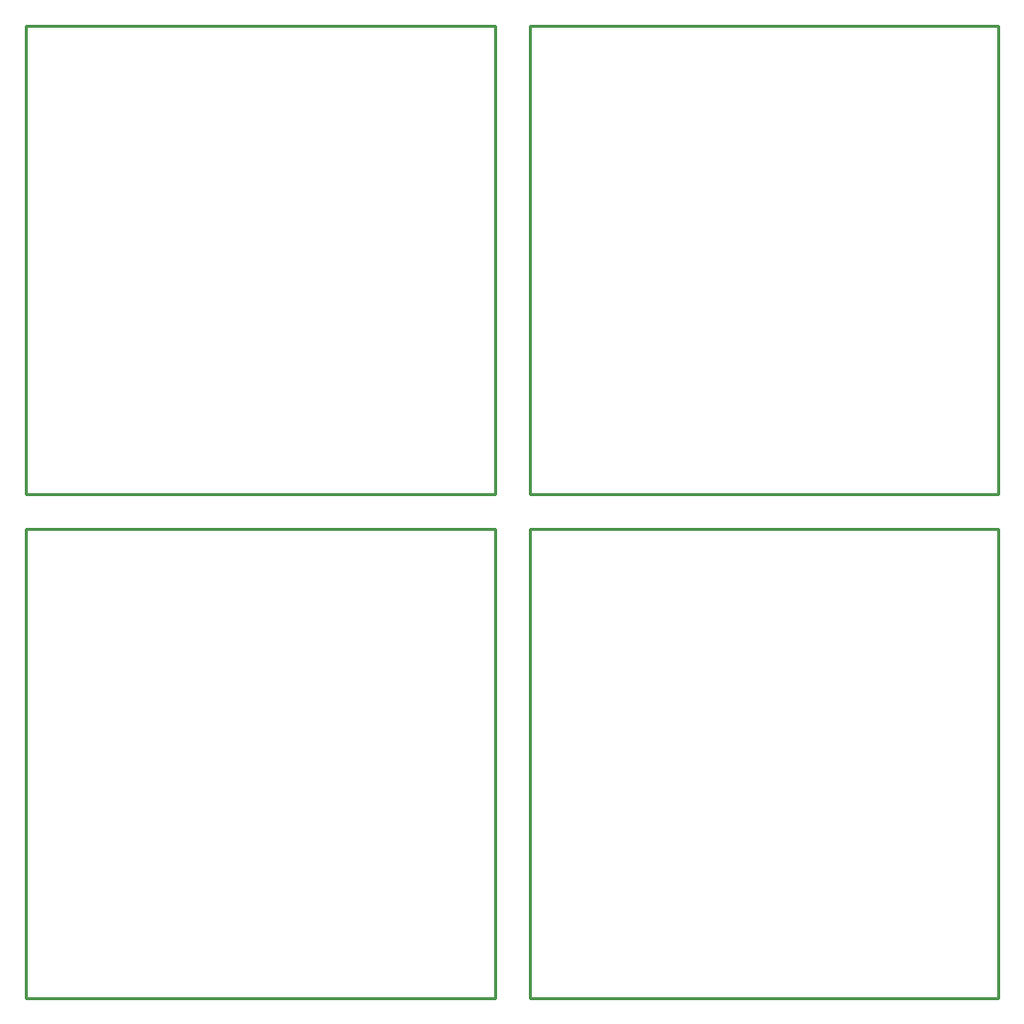
<source format=gm1>
%MOIN*%
%OFA0B0*%
%FSLAX25Y25*%
%IPPOS*%
%LPD*%
%ADD11C,0.01*%
%ADD22C,0.01*%
%ADD23C,0.01*%
%ADD24C,0.01*%
G01*
G75*
D11*
X0000000Y0236220D02*
X0157480Y0236220D01*
X0000000Y0393700D02*
X0157480Y0393700D01*
X0157480Y0236220D02*
X0157480Y0393700D01*
X0000000Y0236220D02*
X0000000Y0393700D01*
G04 next file*
G04*
G04 #@! TF.GenerationSoftware,Altium Limited,Altium Designer,21.7.2 (23)*
G04*
G04 Layer_Color=16711935*
G04 skipping 70
G04*
G04 #@! TF.SameCoordinates,3D67BF19-0A55-4891-8FEB-F4BE30BF2CF6*
G04*
G04*
G04 #@! TF.FilePolarity,Positive*
G04*
G01*
G75*
D22*
X0169291Y0236220D02*
X0326771Y0236220D01*
X0169291Y0393700D02*
X0326771Y0393700D01*
X0326771Y0236220D02*
X0326771Y0393700D01*
X0169291Y0236220D02*
X0169291Y0393700D01*
G04 next file*
G04*
G04 #@! TF.GenerationSoftware,Altium Limited,Altium Designer,21.7.2 (23)*
G04*
G04 Layer_Color=16711935*
G04 skipping 70
G04*
G04 #@! TF.SameCoordinates,3D67BF19-0A55-4891-8FEB-F4BE30BF2CF6*
G04*
G04*
G04 #@! TF.FilePolarity,Positive*
G04*
G01*
G75*
D23*
X0000000Y0066929D02*
X0157480Y0066929D01*
X0000000Y0224409D02*
X0157480Y0224409D01*
X0157480Y0066929D02*
X0157480Y0224409D01*
X0000000Y0066929D02*
X0000000Y0224409D01*
G04 next file*
G04*
G04 #@! TF.GenerationSoftware,Altium Limited,Altium Designer,21.7.2 (23)*
G04*
G04 Layer_Color=16711935*
G04 skipping 70
G04*
G04 #@! TF.SameCoordinates,3D67BF19-0A55-4891-8FEB-F4BE30BF2CF6*
G04*
G04*
G04 #@! TF.FilePolarity,Positive*
G04*
G01*
G75*
D24*
X0169291Y0066929D02*
X0326771Y0066929D01*
X0169291Y0224409D02*
X0326771Y0224409D01*
X0326771Y0066929D02*
X0326771Y0224409D01*
X0169291Y0066929D02*
X0169291Y0224409D01*
M02*
</source>
